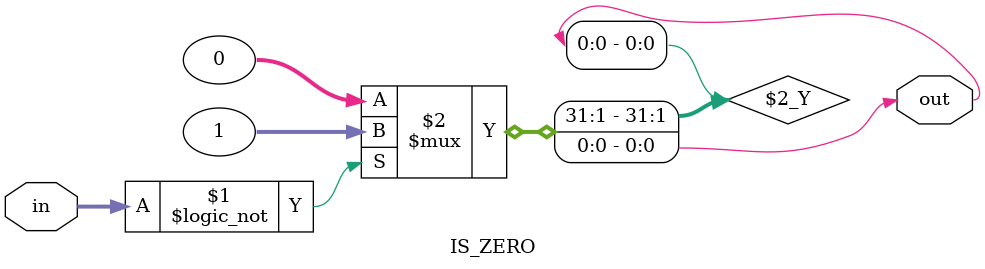
<source format=v>
`timescale 1ns / 1ps
module IS_ZERO(in,out);
input [31:0] in;
output out;

assign out=(in==32'd0)?1:0;

endmodule

</source>
